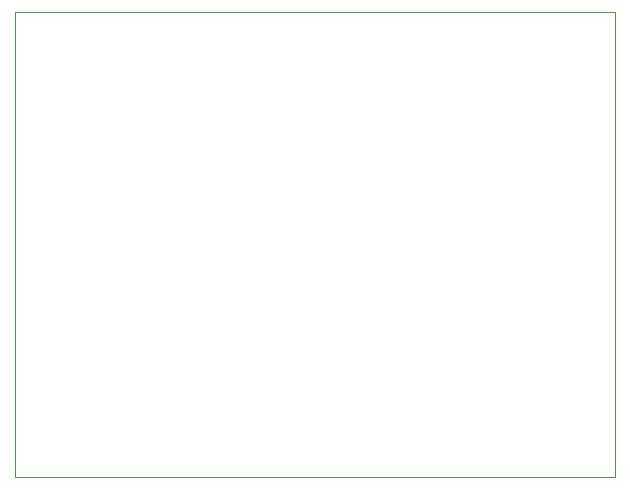
<source format=gbr>
%TF.GenerationSoftware,KiCad,Pcbnew,(5.1.6)-1*%
%TF.CreationDate,2020-06-13T20:27:39+05:30*%
%TF.ProjectId,USING 555,5553494e-4720-4353-9535-2e6b69636164,rev?*%
%TF.SameCoordinates,Original*%
%TF.FileFunction,Profile,NP*%
%FSLAX46Y46*%
G04 Gerber Fmt 4.6, Leading zero omitted, Abs format (unit mm)*
G04 Created by KiCad (PCBNEW (5.1.6)-1) date 2020-06-13 20:27:39*
%MOMM*%
%LPD*%
G01*
G04 APERTURE LIST*
%TA.AperFunction,Profile*%
%ADD10C,0.050000*%
%TD*%
G04 APERTURE END LIST*
D10*
X168910000Y-73660000D02*
X118110000Y-73660000D01*
X168910000Y-113030000D02*
X168910000Y-73660000D01*
X118110000Y-113030000D02*
X168910000Y-113030000D01*
X118110000Y-73660000D02*
X118110000Y-113030000D01*
M02*

</source>
